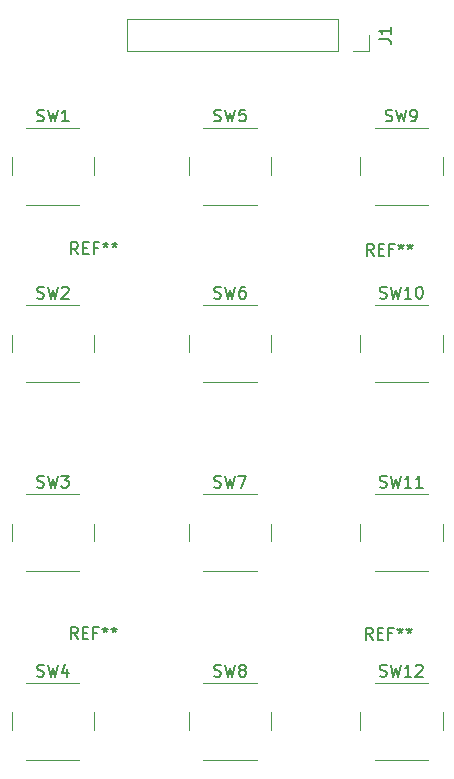
<source format=gbr>
G04 #@! TF.GenerationSoftware,KiCad,Pcbnew,5.0.2+dfsg1-1*
G04 #@! TF.CreationDate,2021-10-08T13:08:18+05:30*
G04 #@! TF.ProjectId,KEYBORD_PCB_V1,4b455942-4f52-4445-9f50-43425f56312e,rev?*
G04 #@! TF.SameCoordinates,Original*
G04 #@! TF.FileFunction,Legend,Top*
G04 #@! TF.FilePolarity,Positive*
%FSLAX46Y46*%
G04 Gerber Fmt 4.6, Leading zero omitted, Abs format (unit mm)*
G04 Created by KiCad (PCBNEW 5.0.2+dfsg1-1) date Fri 08 Oct 2021 01:08:18 PM IST*
%MOMM*%
%LPD*%
G01*
G04 APERTURE LIST*
%ADD10C,0.120000*%
%ADD11C,0.150000*%
G04 APERTURE END LIST*
D10*
G04 #@! TO.C,J1*
X106980000Y-40150000D02*
X106980000Y-41480000D01*
X106980000Y-41480000D02*
X105650000Y-41480000D01*
X104380000Y-41480000D02*
X86540000Y-41480000D01*
X86540000Y-38820000D02*
X86540000Y-41480000D01*
X104380000Y-38820000D02*
X86540000Y-38820000D01*
X104380000Y-38820000D02*
X104380000Y-41480000D01*
G04 #@! TO.C,SW1*
X78000000Y-54500000D02*
X82500000Y-54500000D01*
X76750000Y-50500000D02*
X76750000Y-52000000D01*
X82500000Y-48000000D02*
X78000000Y-48000000D01*
X83750000Y-52000000D02*
X83750000Y-50500000D01*
G04 #@! TO.C,SW2*
X83750000Y-67000000D02*
X83750000Y-65500000D01*
X82500000Y-63000000D02*
X78000000Y-63000000D01*
X76750000Y-65500000D02*
X76750000Y-67000000D01*
X78000000Y-69500000D02*
X82500000Y-69500000D01*
G04 #@! TO.C,SW3*
X83750000Y-83000000D02*
X83750000Y-81500000D01*
X82500000Y-79000000D02*
X78000000Y-79000000D01*
X76750000Y-81500000D02*
X76750000Y-83000000D01*
X78000000Y-85500000D02*
X82500000Y-85500000D01*
G04 #@! TO.C,SW4*
X78000000Y-101500000D02*
X82500000Y-101500000D01*
X76750000Y-97500000D02*
X76750000Y-99000000D01*
X82500000Y-95000000D02*
X78000000Y-95000000D01*
X83750000Y-99000000D02*
X83750000Y-97500000D01*
G04 #@! TO.C,SW5*
X98750000Y-52000000D02*
X98750000Y-50500000D01*
X97500000Y-48000000D02*
X93000000Y-48000000D01*
X91750000Y-50500000D02*
X91750000Y-52000000D01*
X93000000Y-54500000D02*
X97500000Y-54500000D01*
G04 #@! TO.C,SW6*
X98750000Y-67000000D02*
X98750000Y-65500000D01*
X97500000Y-63000000D02*
X93000000Y-63000000D01*
X91750000Y-65500000D02*
X91750000Y-67000000D01*
X93000000Y-69500000D02*
X97500000Y-69500000D01*
G04 #@! TO.C,SW7*
X93000000Y-85500000D02*
X97500000Y-85500000D01*
X91750000Y-81500000D02*
X91750000Y-83000000D01*
X97500000Y-79000000D02*
X93000000Y-79000000D01*
X98750000Y-83000000D02*
X98750000Y-81500000D01*
G04 #@! TO.C,SW8*
X98750000Y-99000000D02*
X98750000Y-97500000D01*
X97500000Y-95000000D02*
X93000000Y-95000000D01*
X91750000Y-97500000D02*
X91750000Y-99000000D01*
X93000000Y-101500000D02*
X97500000Y-101500000D01*
G04 #@! TO.C,SW9*
X107500000Y-54500000D02*
X112000000Y-54500000D01*
X106250000Y-50500000D02*
X106250000Y-52000000D01*
X112000000Y-48000000D02*
X107500000Y-48000000D01*
X113250000Y-52000000D02*
X113250000Y-50500000D01*
G04 #@! TO.C,SW10*
X107500000Y-69500000D02*
X112000000Y-69500000D01*
X106250000Y-65500000D02*
X106250000Y-67000000D01*
X112000000Y-63000000D02*
X107500000Y-63000000D01*
X113250000Y-67000000D02*
X113250000Y-65500000D01*
G04 #@! TO.C,SW11*
X107500000Y-85500000D02*
X112000000Y-85500000D01*
X106250000Y-81500000D02*
X106250000Y-83000000D01*
X112000000Y-79000000D02*
X107500000Y-79000000D01*
X113250000Y-83000000D02*
X113250000Y-81500000D01*
G04 #@! TO.C,SW12*
X113250000Y-99000000D02*
X113250000Y-97500000D01*
X112000000Y-95000000D02*
X107500000Y-95000000D01*
X106250000Y-97500000D02*
X106250000Y-99000000D01*
X107500000Y-101500000D02*
X112000000Y-101500000D01*
G04 #@! TO.C,REF\002A\002A*
D11*
X107406666Y-58812380D02*
X107073333Y-58336190D01*
X106835238Y-58812380D02*
X106835238Y-57812380D01*
X107216190Y-57812380D01*
X107311428Y-57860000D01*
X107359047Y-57907619D01*
X107406666Y-58002857D01*
X107406666Y-58145714D01*
X107359047Y-58240952D01*
X107311428Y-58288571D01*
X107216190Y-58336190D01*
X106835238Y-58336190D01*
X107835238Y-58288571D02*
X108168571Y-58288571D01*
X108311428Y-58812380D02*
X107835238Y-58812380D01*
X107835238Y-57812380D01*
X108311428Y-57812380D01*
X109073333Y-58288571D02*
X108740000Y-58288571D01*
X108740000Y-58812380D02*
X108740000Y-57812380D01*
X109216190Y-57812380D01*
X109740000Y-57812380D02*
X109740000Y-58050476D01*
X109501904Y-57955238D02*
X109740000Y-58050476D01*
X109978095Y-57955238D01*
X109597142Y-58240952D02*
X109740000Y-58050476D01*
X109882857Y-58240952D01*
X110501904Y-57812380D02*
X110501904Y-58050476D01*
X110263809Y-57955238D02*
X110501904Y-58050476D01*
X110740000Y-57955238D01*
X110359047Y-58240952D02*
X110501904Y-58050476D01*
X110644761Y-58240952D01*
X82376666Y-58692380D02*
X82043333Y-58216190D01*
X81805238Y-58692380D02*
X81805238Y-57692380D01*
X82186190Y-57692380D01*
X82281428Y-57740000D01*
X82329047Y-57787619D01*
X82376666Y-57882857D01*
X82376666Y-58025714D01*
X82329047Y-58120952D01*
X82281428Y-58168571D01*
X82186190Y-58216190D01*
X81805238Y-58216190D01*
X82805238Y-58168571D02*
X83138571Y-58168571D01*
X83281428Y-58692380D02*
X82805238Y-58692380D01*
X82805238Y-57692380D01*
X83281428Y-57692380D01*
X84043333Y-58168571D02*
X83710000Y-58168571D01*
X83710000Y-58692380D02*
X83710000Y-57692380D01*
X84186190Y-57692380D01*
X84710000Y-57692380D02*
X84710000Y-57930476D01*
X84471904Y-57835238D02*
X84710000Y-57930476D01*
X84948095Y-57835238D01*
X84567142Y-58120952D02*
X84710000Y-57930476D01*
X84852857Y-58120952D01*
X85471904Y-57692380D02*
X85471904Y-57930476D01*
X85233809Y-57835238D02*
X85471904Y-57930476D01*
X85710000Y-57835238D01*
X85329047Y-58120952D02*
X85471904Y-57930476D01*
X85614761Y-58120952D01*
X82356666Y-91282380D02*
X82023333Y-90806190D01*
X81785238Y-91282380D02*
X81785238Y-90282380D01*
X82166190Y-90282380D01*
X82261428Y-90330000D01*
X82309047Y-90377619D01*
X82356666Y-90472857D01*
X82356666Y-90615714D01*
X82309047Y-90710952D01*
X82261428Y-90758571D01*
X82166190Y-90806190D01*
X81785238Y-90806190D01*
X82785238Y-90758571D02*
X83118571Y-90758571D01*
X83261428Y-91282380D02*
X82785238Y-91282380D01*
X82785238Y-90282380D01*
X83261428Y-90282380D01*
X84023333Y-90758571D02*
X83690000Y-90758571D01*
X83690000Y-91282380D02*
X83690000Y-90282380D01*
X84166190Y-90282380D01*
X84690000Y-90282380D02*
X84690000Y-90520476D01*
X84451904Y-90425238D02*
X84690000Y-90520476D01*
X84928095Y-90425238D01*
X84547142Y-90710952D02*
X84690000Y-90520476D01*
X84832857Y-90710952D01*
X85451904Y-90282380D02*
X85451904Y-90520476D01*
X85213809Y-90425238D02*
X85451904Y-90520476D01*
X85690000Y-90425238D01*
X85309047Y-90710952D02*
X85451904Y-90520476D01*
X85594761Y-90710952D01*
X107326666Y-91322380D02*
X106993333Y-90846190D01*
X106755238Y-91322380D02*
X106755238Y-90322380D01*
X107136190Y-90322380D01*
X107231428Y-90370000D01*
X107279047Y-90417619D01*
X107326666Y-90512857D01*
X107326666Y-90655714D01*
X107279047Y-90750952D01*
X107231428Y-90798571D01*
X107136190Y-90846190D01*
X106755238Y-90846190D01*
X107755238Y-90798571D02*
X108088571Y-90798571D01*
X108231428Y-91322380D02*
X107755238Y-91322380D01*
X107755238Y-90322380D01*
X108231428Y-90322380D01*
X108993333Y-90798571D02*
X108660000Y-90798571D01*
X108660000Y-91322380D02*
X108660000Y-90322380D01*
X109136190Y-90322380D01*
X109660000Y-90322380D02*
X109660000Y-90560476D01*
X109421904Y-90465238D02*
X109660000Y-90560476D01*
X109898095Y-90465238D01*
X109517142Y-90750952D02*
X109660000Y-90560476D01*
X109802857Y-90750952D01*
X110421904Y-90322380D02*
X110421904Y-90560476D01*
X110183809Y-90465238D02*
X110421904Y-90560476D01*
X110660000Y-90465238D01*
X110279047Y-90750952D02*
X110421904Y-90560476D01*
X110564761Y-90750952D01*
G04 #@! TO.C,J1*
X107872380Y-40483333D02*
X108586666Y-40483333D01*
X108729523Y-40530952D01*
X108824761Y-40626190D01*
X108872380Y-40769047D01*
X108872380Y-40864285D01*
X108872380Y-39483333D02*
X108872380Y-40054761D01*
X108872380Y-39769047D02*
X107872380Y-39769047D01*
X108015238Y-39864285D01*
X108110476Y-39959523D01*
X108158095Y-40054761D01*
G04 #@! TO.C,SW1*
X78916666Y-47404761D02*
X79059523Y-47452380D01*
X79297619Y-47452380D01*
X79392857Y-47404761D01*
X79440476Y-47357142D01*
X79488095Y-47261904D01*
X79488095Y-47166666D01*
X79440476Y-47071428D01*
X79392857Y-47023809D01*
X79297619Y-46976190D01*
X79107142Y-46928571D01*
X79011904Y-46880952D01*
X78964285Y-46833333D01*
X78916666Y-46738095D01*
X78916666Y-46642857D01*
X78964285Y-46547619D01*
X79011904Y-46500000D01*
X79107142Y-46452380D01*
X79345238Y-46452380D01*
X79488095Y-46500000D01*
X79821428Y-46452380D02*
X80059523Y-47452380D01*
X80250000Y-46738095D01*
X80440476Y-47452380D01*
X80678571Y-46452380D01*
X81583333Y-47452380D02*
X81011904Y-47452380D01*
X81297619Y-47452380D02*
X81297619Y-46452380D01*
X81202380Y-46595238D01*
X81107142Y-46690476D01*
X81011904Y-46738095D01*
G04 #@! TO.C,SW2*
X78916666Y-62404761D02*
X79059523Y-62452380D01*
X79297619Y-62452380D01*
X79392857Y-62404761D01*
X79440476Y-62357142D01*
X79488095Y-62261904D01*
X79488095Y-62166666D01*
X79440476Y-62071428D01*
X79392857Y-62023809D01*
X79297619Y-61976190D01*
X79107142Y-61928571D01*
X79011904Y-61880952D01*
X78964285Y-61833333D01*
X78916666Y-61738095D01*
X78916666Y-61642857D01*
X78964285Y-61547619D01*
X79011904Y-61500000D01*
X79107142Y-61452380D01*
X79345238Y-61452380D01*
X79488095Y-61500000D01*
X79821428Y-61452380D02*
X80059523Y-62452380D01*
X80250000Y-61738095D01*
X80440476Y-62452380D01*
X80678571Y-61452380D01*
X81011904Y-61547619D02*
X81059523Y-61500000D01*
X81154761Y-61452380D01*
X81392857Y-61452380D01*
X81488095Y-61500000D01*
X81535714Y-61547619D01*
X81583333Y-61642857D01*
X81583333Y-61738095D01*
X81535714Y-61880952D01*
X80964285Y-62452380D01*
X81583333Y-62452380D01*
G04 #@! TO.C,SW3*
X78916666Y-78404761D02*
X79059523Y-78452380D01*
X79297619Y-78452380D01*
X79392857Y-78404761D01*
X79440476Y-78357142D01*
X79488095Y-78261904D01*
X79488095Y-78166666D01*
X79440476Y-78071428D01*
X79392857Y-78023809D01*
X79297619Y-77976190D01*
X79107142Y-77928571D01*
X79011904Y-77880952D01*
X78964285Y-77833333D01*
X78916666Y-77738095D01*
X78916666Y-77642857D01*
X78964285Y-77547619D01*
X79011904Y-77500000D01*
X79107142Y-77452380D01*
X79345238Y-77452380D01*
X79488095Y-77500000D01*
X79821428Y-77452380D02*
X80059523Y-78452380D01*
X80250000Y-77738095D01*
X80440476Y-78452380D01*
X80678571Y-77452380D01*
X80964285Y-77452380D02*
X81583333Y-77452380D01*
X81250000Y-77833333D01*
X81392857Y-77833333D01*
X81488095Y-77880952D01*
X81535714Y-77928571D01*
X81583333Y-78023809D01*
X81583333Y-78261904D01*
X81535714Y-78357142D01*
X81488095Y-78404761D01*
X81392857Y-78452380D01*
X81107142Y-78452380D01*
X81011904Y-78404761D01*
X80964285Y-78357142D01*
G04 #@! TO.C,SW4*
X78916666Y-94404761D02*
X79059523Y-94452380D01*
X79297619Y-94452380D01*
X79392857Y-94404761D01*
X79440476Y-94357142D01*
X79488095Y-94261904D01*
X79488095Y-94166666D01*
X79440476Y-94071428D01*
X79392857Y-94023809D01*
X79297619Y-93976190D01*
X79107142Y-93928571D01*
X79011904Y-93880952D01*
X78964285Y-93833333D01*
X78916666Y-93738095D01*
X78916666Y-93642857D01*
X78964285Y-93547619D01*
X79011904Y-93500000D01*
X79107142Y-93452380D01*
X79345238Y-93452380D01*
X79488095Y-93500000D01*
X79821428Y-93452380D02*
X80059523Y-94452380D01*
X80250000Y-93738095D01*
X80440476Y-94452380D01*
X80678571Y-93452380D01*
X81488095Y-93785714D02*
X81488095Y-94452380D01*
X81250000Y-93404761D02*
X81011904Y-94119047D01*
X81630952Y-94119047D01*
G04 #@! TO.C,SW5*
X93916666Y-47404761D02*
X94059523Y-47452380D01*
X94297619Y-47452380D01*
X94392857Y-47404761D01*
X94440476Y-47357142D01*
X94488095Y-47261904D01*
X94488095Y-47166666D01*
X94440476Y-47071428D01*
X94392857Y-47023809D01*
X94297619Y-46976190D01*
X94107142Y-46928571D01*
X94011904Y-46880952D01*
X93964285Y-46833333D01*
X93916666Y-46738095D01*
X93916666Y-46642857D01*
X93964285Y-46547619D01*
X94011904Y-46500000D01*
X94107142Y-46452380D01*
X94345238Y-46452380D01*
X94488095Y-46500000D01*
X94821428Y-46452380D02*
X95059523Y-47452380D01*
X95250000Y-46738095D01*
X95440476Y-47452380D01*
X95678571Y-46452380D01*
X96535714Y-46452380D02*
X96059523Y-46452380D01*
X96011904Y-46928571D01*
X96059523Y-46880952D01*
X96154761Y-46833333D01*
X96392857Y-46833333D01*
X96488095Y-46880952D01*
X96535714Y-46928571D01*
X96583333Y-47023809D01*
X96583333Y-47261904D01*
X96535714Y-47357142D01*
X96488095Y-47404761D01*
X96392857Y-47452380D01*
X96154761Y-47452380D01*
X96059523Y-47404761D01*
X96011904Y-47357142D01*
G04 #@! TO.C,SW6*
X93916666Y-62404761D02*
X94059523Y-62452380D01*
X94297619Y-62452380D01*
X94392857Y-62404761D01*
X94440476Y-62357142D01*
X94488095Y-62261904D01*
X94488095Y-62166666D01*
X94440476Y-62071428D01*
X94392857Y-62023809D01*
X94297619Y-61976190D01*
X94107142Y-61928571D01*
X94011904Y-61880952D01*
X93964285Y-61833333D01*
X93916666Y-61738095D01*
X93916666Y-61642857D01*
X93964285Y-61547619D01*
X94011904Y-61500000D01*
X94107142Y-61452380D01*
X94345238Y-61452380D01*
X94488095Y-61500000D01*
X94821428Y-61452380D02*
X95059523Y-62452380D01*
X95250000Y-61738095D01*
X95440476Y-62452380D01*
X95678571Y-61452380D01*
X96488095Y-61452380D02*
X96297619Y-61452380D01*
X96202380Y-61500000D01*
X96154761Y-61547619D01*
X96059523Y-61690476D01*
X96011904Y-61880952D01*
X96011904Y-62261904D01*
X96059523Y-62357142D01*
X96107142Y-62404761D01*
X96202380Y-62452380D01*
X96392857Y-62452380D01*
X96488095Y-62404761D01*
X96535714Y-62357142D01*
X96583333Y-62261904D01*
X96583333Y-62023809D01*
X96535714Y-61928571D01*
X96488095Y-61880952D01*
X96392857Y-61833333D01*
X96202380Y-61833333D01*
X96107142Y-61880952D01*
X96059523Y-61928571D01*
X96011904Y-62023809D01*
G04 #@! TO.C,SW7*
X93916666Y-78404761D02*
X94059523Y-78452380D01*
X94297619Y-78452380D01*
X94392857Y-78404761D01*
X94440476Y-78357142D01*
X94488095Y-78261904D01*
X94488095Y-78166666D01*
X94440476Y-78071428D01*
X94392857Y-78023809D01*
X94297619Y-77976190D01*
X94107142Y-77928571D01*
X94011904Y-77880952D01*
X93964285Y-77833333D01*
X93916666Y-77738095D01*
X93916666Y-77642857D01*
X93964285Y-77547619D01*
X94011904Y-77500000D01*
X94107142Y-77452380D01*
X94345238Y-77452380D01*
X94488095Y-77500000D01*
X94821428Y-77452380D02*
X95059523Y-78452380D01*
X95250000Y-77738095D01*
X95440476Y-78452380D01*
X95678571Y-77452380D01*
X95964285Y-77452380D02*
X96630952Y-77452380D01*
X96202380Y-78452380D01*
G04 #@! TO.C,SW8*
X93916666Y-94404761D02*
X94059523Y-94452380D01*
X94297619Y-94452380D01*
X94392857Y-94404761D01*
X94440476Y-94357142D01*
X94488095Y-94261904D01*
X94488095Y-94166666D01*
X94440476Y-94071428D01*
X94392857Y-94023809D01*
X94297619Y-93976190D01*
X94107142Y-93928571D01*
X94011904Y-93880952D01*
X93964285Y-93833333D01*
X93916666Y-93738095D01*
X93916666Y-93642857D01*
X93964285Y-93547619D01*
X94011904Y-93500000D01*
X94107142Y-93452380D01*
X94345238Y-93452380D01*
X94488095Y-93500000D01*
X94821428Y-93452380D02*
X95059523Y-94452380D01*
X95250000Y-93738095D01*
X95440476Y-94452380D01*
X95678571Y-93452380D01*
X96202380Y-93880952D02*
X96107142Y-93833333D01*
X96059523Y-93785714D01*
X96011904Y-93690476D01*
X96011904Y-93642857D01*
X96059523Y-93547619D01*
X96107142Y-93500000D01*
X96202380Y-93452380D01*
X96392857Y-93452380D01*
X96488095Y-93500000D01*
X96535714Y-93547619D01*
X96583333Y-93642857D01*
X96583333Y-93690476D01*
X96535714Y-93785714D01*
X96488095Y-93833333D01*
X96392857Y-93880952D01*
X96202380Y-93880952D01*
X96107142Y-93928571D01*
X96059523Y-93976190D01*
X96011904Y-94071428D01*
X96011904Y-94261904D01*
X96059523Y-94357142D01*
X96107142Y-94404761D01*
X96202380Y-94452380D01*
X96392857Y-94452380D01*
X96488095Y-94404761D01*
X96535714Y-94357142D01*
X96583333Y-94261904D01*
X96583333Y-94071428D01*
X96535714Y-93976190D01*
X96488095Y-93928571D01*
X96392857Y-93880952D01*
G04 #@! TO.C,SW9*
X108416666Y-47404761D02*
X108559523Y-47452380D01*
X108797619Y-47452380D01*
X108892857Y-47404761D01*
X108940476Y-47357142D01*
X108988095Y-47261904D01*
X108988095Y-47166666D01*
X108940476Y-47071428D01*
X108892857Y-47023809D01*
X108797619Y-46976190D01*
X108607142Y-46928571D01*
X108511904Y-46880952D01*
X108464285Y-46833333D01*
X108416666Y-46738095D01*
X108416666Y-46642857D01*
X108464285Y-46547619D01*
X108511904Y-46500000D01*
X108607142Y-46452380D01*
X108845238Y-46452380D01*
X108988095Y-46500000D01*
X109321428Y-46452380D02*
X109559523Y-47452380D01*
X109750000Y-46738095D01*
X109940476Y-47452380D01*
X110178571Y-46452380D01*
X110607142Y-47452380D02*
X110797619Y-47452380D01*
X110892857Y-47404761D01*
X110940476Y-47357142D01*
X111035714Y-47214285D01*
X111083333Y-47023809D01*
X111083333Y-46642857D01*
X111035714Y-46547619D01*
X110988095Y-46500000D01*
X110892857Y-46452380D01*
X110702380Y-46452380D01*
X110607142Y-46500000D01*
X110559523Y-46547619D01*
X110511904Y-46642857D01*
X110511904Y-46880952D01*
X110559523Y-46976190D01*
X110607142Y-47023809D01*
X110702380Y-47071428D01*
X110892857Y-47071428D01*
X110988095Y-47023809D01*
X111035714Y-46976190D01*
X111083333Y-46880952D01*
G04 #@! TO.C,SW10*
X107940476Y-62404761D02*
X108083333Y-62452380D01*
X108321428Y-62452380D01*
X108416666Y-62404761D01*
X108464285Y-62357142D01*
X108511904Y-62261904D01*
X108511904Y-62166666D01*
X108464285Y-62071428D01*
X108416666Y-62023809D01*
X108321428Y-61976190D01*
X108130952Y-61928571D01*
X108035714Y-61880952D01*
X107988095Y-61833333D01*
X107940476Y-61738095D01*
X107940476Y-61642857D01*
X107988095Y-61547619D01*
X108035714Y-61500000D01*
X108130952Y-61452380D01*
X108369047Y-61452380D01*
X108511904Y-61500000D01*
X108845238Y-61452380D02*
X109083333Y-62452380D01*
X109273809Y-61738095D01*
X109464285Y-62452380D01*
X109702380Y-61452380D01*
X110607142Y-62452380D02*
X110035714Y-62452380D01*
X110321428Y-62452380D02*
X110321428Y-61452380D01*
X110226190Y-61595238D01*
X110130952Y-61690476D01*
X110035714Y-61738095D01*
X111226190Y-61452380D02*
X111321428Y-61452380D01*
X111416666Y-61500000D01*
X111464285Y-61547619D01*
X111511904Y-61642857D01*
X111559523Y-61833333D01*
X111559523Y-62071428D01*
X111511904Y-62261904D01*
X111464285Y-62357142D01*
X111416666Y-62404761D01*
X111321428Y-62452380D01*
X111226190Y-62452380D01*
X111130952Y-62404761D01*
X111083333Y-62357142D01*
X111035714Y-62261904D01*
X110988095Y-62071428D01*
X110988095Y-61833333D01*
X111035714Y-61642857D01*
X111083333Y-61547619D01*
X111130952Y-61500000D01*
X111226190Y-61452380D01*
G04 #@! TO.C,SW11*
X107940476Y-78404761D02*
X108083333Y-78452380D01*
X108321428Y-78452380D01*
X108416666Y-78404761D01*
X108464285Y-78357142D01*
X108511904Y-78261904D01*
X108511904Y-78166666D01*
X108464285Y-78071428D01*
X108416666Y-78023809D01*
X108321428Y-77976190D01*
X108130952Y-77928571D01*
X108035714Y-77880952D01*
X107988095Y-77833333D01*
X107940476Y-77738095D01*
X107940476Y-77642857D01*
X107988095Y-77547619D01*
X108035714Y-77500000D01*
X108130952Y-77452380D01*
X108369047Y-77452380D01*
X108511904Y-77500000D01*
X108845238Y-77452380D02*
X109083333Y-78452380D01*
X109273809Y-77738095D01*
X109464285Y-78452380D01*
X109702380Y-77452380D01*
X110607142Y-78452380D02*
X110035714Y-78452380D01*
X110321428Y-78452380D02*
X110321428Y-77452380D01*
X110226190Y-77595238D01*
X110130952Y-77690476D01*
X110035714Y-77738095D01*
X111559523Y-78452380D02*
X110988095Y-78452380D01*
X111273809Y-78452380D02*
X111273809Y-77452380D01*
X111178571Y-77595238D01*
X111083333Y-77690476D01*
X110988095Y-77738095D01*
G04 #@! TO.C,SW12*
X107940476Y-94404761D02*
X108083333Y-94452380D01*
X108321428Y-94452380D01*
X108416666Y-94404761D01*
X108464285Y-94357142D01*
X108511904Y-94261904D01*
X108511904Y-94166666D01*
X108464285Y-94071428D01*
X108416666Y-94023809D01*
X108321428Y-93976190D01*
X108130952Y-93928571D01*
X108035714Y-93880952D01*
X107988095Y-93833333D01*
X107940476Y-93738095D01*
X107940476Y-93642857D01*
X107988095Y-93547619D01*
X108035714Y-93500000D01*
X108130952Y-93452380D01*
X108369047Y-93452380D01*
X108511904Y-93500000D01*
X108845238Y-93452380D02*
X109083333Y-94452380D01*
X109273809Y-93738095D01*
X109464285Y-94452380D01*
X109702380Y-93452380D01*
X110607142Y-94452380D02*
X110035714Y-94452380D01*
X110321428Y-94452380D02*
X110321428Y-93452380D01*
X110226190Y-93595238D01*
X110130952Y-93690476D01*
X110035714Y-93738095D01*
X110988095Y-93547619D02*
X111035714Y-93500000D01*
X111130952Y-93452380D01*
X111369047Y-93452380D01*
X111464285Y-93500000D01*
X111511904Y-93547619D01*
X111559523Y-93642857D01*
X111559523Y-93738095D01*
X111511904Y-93880952D01*
X110940476Y-94452380D01*
X111559523Y-94452380D01*
G04 #@! TD*
M02*

</source>
